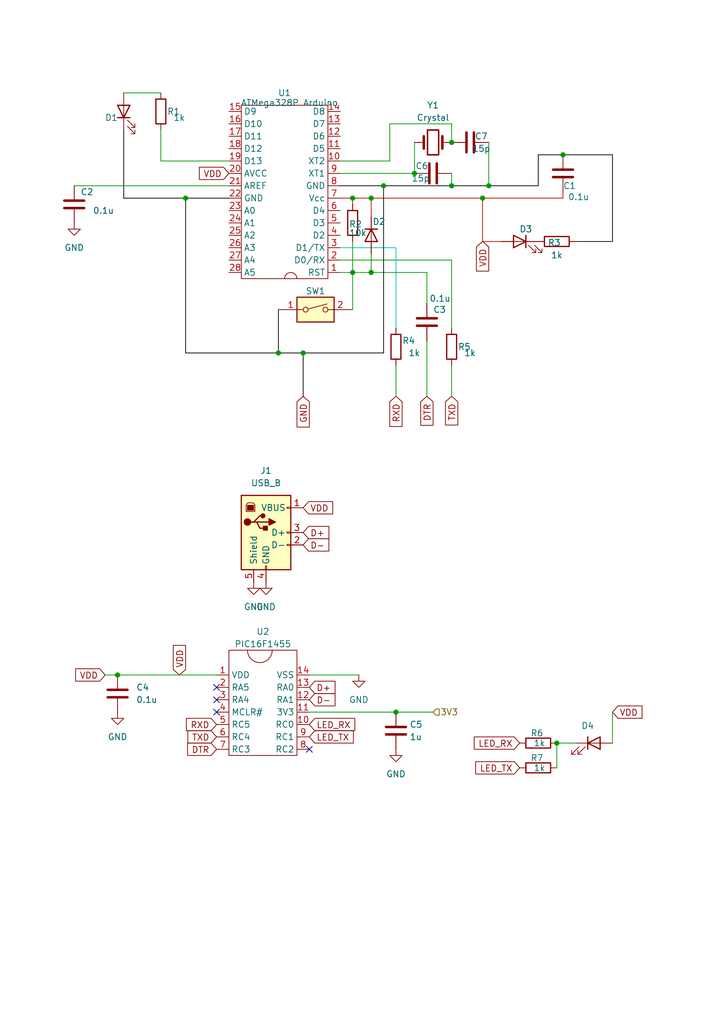
<source format=kicad_sch>
(kicad_sch (version 20231120) (generator "eeschema") (generator_version "8.0")
  (paper "A5" portrait)
  (lib_symbols
    (symbol "0Ore:PIC16F1455"
      (property "Reference" "U" (at 0 0 0))
      (symbol "PIC16F1455_0_1"
        (rectangle (start -7.62 22.86) (end 6.35 1.27))
        (arc (start -3.81 22.86) (mid -3.0661 21.0639) (end -1.27 20.32))
        (arc (start -1.27 20.32) (mid 0.5261 21.0639) (end 1.27 22.86))
      )
      (symbol "PIC16F1455_1_1"
        (pin output line (at -10.16 17.78 0) (length 2.54) (name "VDD") (number "1"))
        (pin bidirectional line (at 8.89 7.62 180) (length 2.54) (name "RC0") (number "10"))
        (pin output line (at 8.89 10.16 180) (length 2.54) (name "3V3") (number "11"))
        (pin bidirectional line (at 8.89 12.7 180) (length 2.54) (name "RA1") (number "12"))
        (pin bidirectional line (at 8.89 15.24 180) (length 2.54) (name "RA0") (number "13"))
        (pin output line (at 8.89 17.78 180) (length 2.54) (name "VSS") (number "14"))
        (pin bidirectional line (at -10.16 15.24 0) (length 2.54) (name "RA5") (number "2"))
        (pin bidirectional line (at -10.16 12.7 0) (length 2.54) (name "RA4") (number "3"))
        (pin input line (at -10.16 10.16 0) (length 2.54) (name "MCLR#") (number "4"))
        (pin bidirectional line (at -10.16 7.62 0) (length 2.54) (name "RC5") (number "5"))
        (pin bidirectional line (at -10.16 5.08 0) (length 2.54) (name "RC4") (number "6"))
        (pin bidirectional line (at -10.16 2.54 0) (length 2.54) (name "RC3") (number "7"))
        (pin bidirectional line (at 8.89 2.54 180) (length 2.54) (name "RC2") (number "8"))
        (pin bidirectional line (at 8.89 5.08 180) (length 2.54) (name "RC1") (number "9"))
      )
    )
    (symbol "Connector:USB_B" (pin_names (offset 1.016))
      (property "Reference" "J" (at -5.08 11.43 0))
      (property "Value" "USB_B" (at -5.08 8.89 0))
      (symbol "USB_B_0_1"
        (rectangle (start -5.08 -7.62) (end 5.08 7.62) (stroke (width 0.254)) (fill (type background)))
        (circle (center -3.81 2.159) (radius 0.635) (stroke (width 0.254)) (fill (type outline)))
        (rectangle (start -3.81 5.588) (end -2.54 4.572) (fill (type outline)))
        (circle (center -0.635 3.429) (radius 0.381) (stroke (width 0.254)) (fill (type outline)))
        (rectangle (start -0.127 -7.62) (end 0.127 -6.858))
        (polyline (pts (xy -1.905 2.159) (xy 0.635 2.159)) (stroke (width 0.254)))
        (polyline (pts (xy -3.175 2.159) (xy -2.54 2.159) (xy -1.27 3.429) (xy -0.635 3.429)) (stroke (width 0.254)))
        (polyline (pts (xy -2.54 2.159) (xy -1.905 2.159) (xy -1.27 0.889) (xy 0 0.889)) (stroke (width 0.254)))
        (polyline (pts (xy 0.635 2.794) (xy 0.635 1.524) (xy 1.905 2.159) (xy 0.635 2.794)) (stroke (width 0.254)) (fill (type outline)))
        (polyline (pts (xy -4.064 4.318) (xy -2.286 4.318) (xy -2.286 5.715) (xy -2.667 6.096) (xy -3.683 6.096) (xy -4.064 5.715) (xy -4.064 4.318)))
        (rectangle (start 0.254 1.27) (end -0.508 0.508) (stroke (width 0.254)) (fill (type outline)))
        (rectangle (start 5.08 -2.667) (end 4.318 -2.413))
        (rectangle (start 5.08 -0.127) (end 4.318 0.127))
        (rectangle (start 5.08 4.953) (end 4.318 5.207))
      )
      (symbol "USB_B_1_1"
        (pin power_out line (at 7.62 5.08 180) (length 2.54) (name "VBUS") (number "1"))
        (pin bidirectional line (at 7.62 -2.54 180) (length 2.54) (name "D-") (number "2"))
        (pin bidirectional line (at 7.62 0 180) (length 2.54) (name "D+") (number "3"))
        (pin power_out line (at 0 -10.16 90) (length 2.54) (name "GND") (number "4"))
        (pin passive line (at -2.54 -10.16 90) (length 2.54) (name "Shield") (number "5"))
      )
    )
    (symbol "Device:C" (pin_numbers hide) (pin_names (offset 0.254))
      (property "Reference" "C" (at 0.635 2.54 0))
      (property "Value" "C" (at 0.635 -2.54 0))
      (symbol "C_0_1"
        (polyline (pts (xy -2.032 -0.762) (xy 2.032 -0.762)) (stroke (width 0.508)))
        (polyline (pts (xy -2.032 0.762) (xy 2.032 0.762)) (stroke (width 0.508)))
      )
      (symbol "C_1_1"
        (pin passive line (at 0 3.81 270) (length 2.794) (name "~") (number "1"))
        (pin passive line (at 0 -3.81 90) (length 2.794) (name "~") (number "2"))
      )
    )
    (symbol "Device:Crystal" (pin_numbers hide) (pin_names (offset 1.016) hide)
      (property "Reference" "Y" (at 0 3.81 0))
      (property "Value" "Crystal" (at 0 -3.81 0))
      (symbol "Crystal_0_1"
        (rectangle (start -1.143 2.54) (end 1.143 -2.54) (stroke (width 0.3048)))
        (polyline (pts (xy -2.54 0) (xy -1.905 0)))
        (polyline (pts (xy -1.905 -1.27) (xy -1.905 1.27)) (stroke (width 0.508)))
        (polyline (pts (xy 1.905 -1.27) (xy 1.905 1.27)) (stroke (width 0.508)))
        (polyline (pts (xy 2.54 0) (xy 1.905 0)))
      )
      (symbol "Crystal_1_1"
        (pin passive line (at -3.81 0 0) (length 1.27) (name "1") (number "1"))
        (pin passive line (at 3.81 0 180) (length 1.27) (name "2") (number "2"))
      )
    )
    (symbol "Device:D" (pin_numbers hide) (pin_names (offset 1.016) hide)
      (property "Reference" "D" (at 0 2.54 0))
      (property "Value" "D" (at 0 -2.54 0))
      (symbol "D_0_1"
        (polyline (pts (xy -1.27 1.27) (xy -1.27 -1.27)) (stroke (width 0.254)))
        (polyline (pts (xy 1.27 0) (xy -1.27 0)))
        (polyline (pts (xy 1.27 1.27) (xy 1.27 -1.27) (xy -1.27 0) (xy 1.27 1.27)) (stroke (width 0.254)))
      )
      (symbol "D_1_1"
        (pin passive line (at -3.81 0 0) (length 2.54) (name "K") (number "1"))
        (pin passive line (at 3.81 0 180) (length 2.54) (name "A") (number "2"))
      )
    )
    (symbol "Device:LED" (pin_numbers hide) (pin_names (offset 1.016) hide)
      (property "Reference" "D" (at 0 2.54 0))
      (property "Value" "LED" (at 0 -2.54 0))
      (symbol "LED_0_1"
        (polyline (pts (xy -1.27 -1.27) (xy -1.27 1.27)) (stroke (width 0.254)))
        (polyline (pts (xy -1.27 0) (xy 1.27 0)))
        (polyline (pts (xy 1.27 -1.27) (xy 1.27 1.27) (xy -1.27 0) (xy 1.27 -1.27)) (stroke (width 0.254)))
        (polyline (pts (xy -3.048 -0.762) (xy -4.572 -2.286) (xy -3.81 -2.286) (xy -4.572 -2.286) (xy -4.572 -1.524)))
        (polyline (pts (xy -1.778 -0.762) (xy -3.302 -2.286) (xy -2.54 -2.286) (xy -3.302 -2.286) (xy -3.302 -1.524)))
      )
      (symbol "LED_1_1"
        (pin passive line (at -3.81 0 0) (length 2.54) (name "K") (number "1"))
        (pin passive line (at 3.81 0 180) (length 2.54) (name "A") (number "2"))
      )
    )
    (symbol "Device:R" (pin_numbers hide) (pin_names (offset 0))
      (property "Reference" "R" (at 2.032 0 90))
      (property "Value" "R" (at 0 0 90))
      (symbol "R_0_1"
        (rectangle (start -1.016 -2.54) (end 1.016 2.54) (stroke (width 0.254)))
      )
      (symbol "R_1_1"
        (pin passive line (at 0 3.81 270) (length 1.27) (name "~") (number "1"))
        (pin passive line (at 0 -3.81 90) (length 1.27) (name "~") (number "2"))
      )
    )
    (symbol "Ore:ATmega328U_Duino"
      (property "Reference" "ATmega328P_arduino" (at 0 0 0))
      (symbol "ATmega328U_Duino_0_1"
        (arc (start -17.7799 11.4299) (mid -16.8819 11.8019) (end -16.5099 12.6999))
        (rectangle (start -17.78 22.86) (end 17.78 5.08))
        (arc (start -16.5099 12.7001) (mid -16.8819 13.5981) (end -17.7799 13.9701))
      )
      (symbol "ATmega328U_Duino_1_1"
        (pin input line (at -16.51 2.54 90) (length 2.54) (name "RST") (number "1"))
        (pin input line (at 6.35 2.54 90) (length 2.54) (name "XT2") (number "10"))
        (pin output line (at 8.89 2.54 90) (length 2.54) (name "D5") (number "11"))
        (pin output line (at 11.43 2.54 90) (length 2.54) (name "D6") (number "12"))
        (pin output line (at 13.97 2.54 90) (length 2.54) (name "D7") (number "13"))
        (pin output line (at 16.51 2.54 90) (length 2.54) (name "D8") (number "14"))
        (pin output line (at 16.51 25.4 270) (length 2.54) (name "D9") (number "15"))
        (pin output line (at 13.97 25.4 270) (length 2.54) (name "D10") (number "16"))
        (pin unspecified line (at 11.43 25.4 270) (length 2.54) (name "D11") (number "17"))
        (pin unspecified line (at 8.89 25.4 270) (length 2.54) (name "D12") (number "18"))
        (pin unspecified line (at 6.35 25.4 270) (length 2.54) (name "D13") (number "19"))
        (pin output line (at -13.97 2.54 90) (length 2.54) (name "D0/RX") (number "2"))
        (pin unspecified line (at 3.81 25.4 270) (length 2.54) (name "AVCC") (number "20"))
        (pin unspecified line (at 1.27 25.4 270) (length 2.54) (name "AREF") (number "21"))
        (pin unspecified line (at -1.27 25.4 270) (length 2.54) (name "GND") (number "22"))
        (pin unspecified line (at -3.81 25.4 270) (length 2.54) (name "A0") (number "23"))
        (pin unspecified line (at -6.35 25.4 270) (length 2.54) (name "A1") (number "24"))
        (pin unspecified line (at -8.89 25.4 270) (length 2.54) (name "A2") (number "25"))
        (pin unspecified line (at -11.43 25.4 270) (length 2.54) (name "A3") (number "26"))
        (pin unspecified line (at -13.97 25.4 270) (length 2.54) (name "A4") (number "27"))
        (pin unspecified line (at -16.51 25.4 270) (length 2.54) (name "A5") (number "28"))
        (pin output line (at -11.43 2.54 90) (length 2.54) (name "D1/TX") (number "3"))
        (pin output line (at -8.89 2.54 90) (length 2.54) (name "D2") (number "4"))
        (pin output line (at -6.35 2.54 90) (length 2.54) (name "D3") (number "5"))
        (pin output line (at -3.81 2.54 90) (length 2.54) (name "D4") (number "6"))
        (pin power_in line (at -1.27 2.54 90) (length 2.54) (name "Vcc") (number "7"))
        (pin power_out line (at 1.27 2.54 90) (length 2.54) (name "GND") (number "8"))
        (pin input line (at 3.81 2.54 90) (length 2.54) (name "XT1") (number "9"))
      )
    )
    (symbol "Switch:SW_DIP_x01" (pin_names (offset 0) hide)
      (property "Reference" "SW" (at 0 3.81 0))
      (property "Value" "SW_DIP_x01" (at 0 -3.81 0))
      (symbol "SW_DIP_x01_0_0"
        (circle (center -2.032 0) (radius 0.508))
        (polyline (pts (xy -1.524 0.127) (xy 2.3622 1.1684)))
        (circle (center 2.032 0) (radius 0.508))
      )
      (symbol "SW_DIP_x01_0_1"
        (rectangle (start -3.81 2.54) (end 3.81 -2.54) (stroke (width 0.254)) (fill (type background)))
      )
      (symbol "SW_DIP_x01_1_1"
        (pin passive line (at -7.62 0 0) (length 5.08) (name "~") (number "1"))
        (pin passive line (at 7.62 0 180) (length 5.08) (name "~") (number "2"))
      )
    )
    (symbol "power:GND" (power) (pin_numbers hide) (pin_names (offset 0) hide)
      (property "Value" "GND" (at 0 -3.81 0))
      (symbol "GND_0_1"
        (polyline (pts (xy 0 0) (xy 0 -1.27) (xy 1.27 -1.27) (xy 0 -2.54) (xy -1.27 -1.27) (xy 0 -1.27)))
      )
      (symbol "GND_1_1"
        (pin power_in line (at 0 0 270) (length 0) (name "~") (number "1"))
      )
    )
  )
  (junction (at 24.13 138.43))
  (junction (at 114.3 152.4))
  (junction (at 38.1 40.64))
  (junction (at 72.39 40.64))
  (junction (at 76.2 40.64))
  (junction (at 99.06 40.64))
  (junction (at 72.39 55.88))
  (junction (at 100.33 38.1))
  (junction (at 81.28 146.05))
  (junction (at 76.2 55.88))
  (junction (at 92.71 38.1))
  (junction (at 85.09 35.56))
  (junction (at 78.74 38.1))
  (junction (at 92.71 29.21))
  (junction (at 62.23 72.39))
  (junction (at 57.15 72.39))
  (junction (at 115.57 31.75))
  (no_connect (at 63.5 153.67))
  (no_connect (at 44.45 146.05))
  (no_connect (at 44.45 143.51))
  (no_connect (at 44.45 140.97))
  (wire (pts (xy 25.4 26.67) (xy 25.4 40.64)) (stroke (width 0) (color 0 0 0 1)))
  (wire (pts (xy 87.63 55.88) (xy 87.63 62.23)))
  (wire (pts (xy 114.3 152.4) (xy 114.3 157.48)))
  (wire (pts (xy 80.01 33.02) (xy 80.01 25.4)))
  (wire (pts (xy 21.59 138.43) (xy 24.13 138.43)))
  (wire (pts (xy 57.15 63.5) (xy 57.15 72.39)) (stroke (width 0) (color 0 0 0 1)))
  (wire (pts (xy 69.85 35.56) (xy 85.09 35.56)))
  (wire (pts (xy 69.85 50.8) (xy 81.28 50.8)) (stroke (width 0) (color 0 194 194 1)))
  (wire (pts (xy 81.28 67.31) (xy 81.28 50.8)) (stroke (width 0) (color 0 194 194 1)))
  (wire (pts (xy 110.49 31.75) (xy 115.57 31.75)) (stroke (width 0) (color 0 0 0 1)))
  (wire (pts (xy 25.4 19.05) (xy 33.02 19.05)))
  (wire (pts (xy 69.85 55.88) (xy 72.39 55.88)))
  (wire (pts (xy 92.71 35.56) (xy 92.71 38.1)))
  (wire (pts (xy 69.85 33.02) (xy 80.01 33.02)))
  (wire (pts (xy 115.57 39.37) (xy 115.57 40.64)) (stroke (width 0) (color 194 0 0 1)))
  (wire (pts (xy 110.49 38.1) (xy 110.49 31.75)) (stroke (width 0) (color 0 0 0 1)))
  (wire (pts (xy 76.2 52.07) (xy 76.2 55.88)))
  (wire (pts (xy 25.4 40.64) (xy 38.1 40.64)) (stroke (width 0) (color 0 0 0 1)))
  (wire (pts (xy 57.15 72.39) (xy 62.23 72.39)) (stroke (width 0) (color 0 0 0 1)))
  (wire (pts (xy 33.02 33.02) (xy 33.02 26.67)))
  (wire (pts (xy 99.06 49.53) (xy 102.87 49.53)) (stroke (width 0) (color 194 0 0 1)))
  (wire (pts (xy 87.63 69.85) (xy 87.63 81.28)))
  (wire (pts (xy 63.5 146.05) (xy 81.28 146.05)))
  (wire (pts (xy 69.85 53.34) (xy 92.71 53.34)))
  (wire (pts (xy 15.24 38.1) (xy 46.99 38.1)))
  (wire (pts (xy 125.73 31.75) (xy 115.57 31.75)) (stroke (width 0) (color 0 0 0 1)))
  (wire (pts (xy 76.2 40.64) (xy 76.2 44.45)) (stroke (width 0) (color 194 0 0 1)))
  (wire (pts (xy 92.71 25.4) (xy 92.71 29.21)))
  (wire (pts (xy 63.5 138.43) (xy 73.66 138.43)))
  (wire (pts (xy 69.85 40.64) (xy 72.39 40.64)) (stroke (width 0) (color 194 0 0 1)))
  (wire (pts (xy 85.09 29.21) (xy 85.09 35.56)))
  (wire (pts (xy 81.28 81.28) (xy 81.28 74.93)))
  (wire (pts (xy 80.01 25.4) (xy 92.71 25.4)))
  (wire (pts (xy 100.33 38.1) (xy 110.49 38.1)) (stroke (width 0) (color 0 0 0 1)))
  (wire (pts (xy 24.13 138.43) (xy 44.45 138.43)))
  (wire (pts (xy 38.1 40.64) (xy 38.1 72.39)) (stroke (width 0) (color 0 0 0 1)))
  (wire (pts (xy 125.73 49.53) (xy 125.73 31.75)) (stroke (width 0) (color 0 0 0 1)))
  (wire (pts (xy 69.85 38.1) (xy 78.74 38.1)) (stroke (width 0) (color 0 0 0 1)))
  (wire (pts (xy 46.99 40.64) (xy 38.1 40.64)) (stroke (width 0) (color 0 0 0 1)))
  (wire (pts (xy 76.2 55.88) (xy 87.63 55.88)))
  (wire (pts (xy 72.39 55.88) (xy 76.2 55.88)))
  (wire (pts (xy 72.39 49.53) (xy 72.39 55.88)))
  (wire (pts (xy 92.71 38.1) (xy 100.33 38.1)) (stroke (width 0) (color 0 0 0 1)))
  (wire (pts (xy 62.23 72.39) (xy 62.23 81.28)) (stroke (width 0) (color 0 0 0 1)))
  (wire (pts (xy 78.74 72.39) (xy 78.74 38.1)) (stroke (width 0) (color 0 0 0 1)))
  (wire (pts (xy 62.23 72.39) (xy 78.74 72.39)) (stroke (width 0) (color 0 0 0 1)))
  (wire (pts (xy 72.39 40.64) (xy 76.2 40.64)) (stroke (width 0) (color 194 0 0 1)))
  (wire (pts (xy 99.06 40.64) (xy 99.06 49.53)) (stroke (width 0) (color 194 0 0 1)))
  (wire (pts (xy 46.99 33.02) (xy 33.02 33.02)))
  (wire (pts (xy 76.2 40.64) (xy 99.06 40.64)) (stroke (width 0) (color 194 0 0 1)))
  (wire (pts (xy 72.39 55.88) (xy 72.39 63.5)))
  (wire (pts (xy 92.71 67.31) (xy 92.71 53.34)))
  (wire (pts (xy 118.11 49.53) (xy 125.73 49.53)) (stroke (width 0) (color 0 0 0 1)))
  (wire (pts (xy 38.1 72.39) (xy 57.15 72.39)) (stroke (width 0) (color 0 0 0 1)))
  (wire (pts (xy 114.3 152.4) (xy 118.11 152.4)))
  (wire (pts (xy 72.39 40.64) (xy 72.39 41.91)) (stroke (width 0) (color 194 0 0 1)))
  (wire (pts (xy 92.71 81.28) (xy 92.71 74.93)))
  (wire (pts (xy 115.57 40.64) (xy 99.06 40.64)) (stroke (width 0) (color 194 0 0 1)))
  (wire (pts (xy 100.33 29.21) (xy 100.33 38.1)))
  (wire (pts (xy 88.9 146.05) (xy 81.28 146.05)))
  (wire (pts (xy 125.73 146.05) (xy 125.73 152.4)))
  (wire (pts (xy 78.74 38.1) (xy 92.71 38.1)) (stroke (width 0) (color 0 0 0 1)))
  (global_label "RXD" (shape input) (at 44.45 148.59 180) (property "Intersheetrefs" "${INTERSHEET_REFS}" (effects (hide yes))))
  (global_label "D-" (shape input) (at 62.23 111.76 0) (property "Intersheetrefs" "${INTERSHEET_REFS}" (effects (hide yes))))
  (global_label "DTR" (shape input) (at 44.45 153.67 180) (property "Intersheetrefs" "${INTERSHEET_REFS}" (effects (hide yes))))
  (global_label "VDD" (shape input) (at 36.83 138.43 90) (property "Intersheetrefs" "${INTERSHEET_REFS}" (effects (hide yes))))
  (global_label "VDD" (shape input) (at 21.59 138.43 180) (property "Intersheetrefs" "${INTERSHEET_REFS}" (effects (hide yes))))
  (global_label "TXD" (shape input) (at 92.71 81.28 270) (property "Intersheetrefs" "${INTERSHEET_REFS}" (effects (hide yes))))
  (global_label "DTR" (shape input) (at 87.63 81.28 270) (property "Intersheetrefs" "${INTERSHEET_REFS}" (effects (hide yes))))
  (global_label "LED_TX" (shape input) (at 63.5 151.13 0) (property "Intersheetrefs" "${INTERSHEET_REFS}" (effects (hide yes))))
  (global_label "VDD" (shape input) (at 62.23 104.14 0) (property "Intersheetrefs" "${INTERSHEET_REFS}" (effects (hide yes))))
  (global_label "TXD" (shape input) (at 44.45 151.13 180) (property "Intersheetrefs" "${INTERSHEET_REFS}" (effects (hide yes))))
  (global_label "GND" (shape input) (at 62.23 81.28 270) (property "Intersheetrefs" "${INTERSHEET_REFS}" (effects (hide yes))))
  (global_label "LED_RX" (shape input) (at 63.5 148.59 0) (property "Intersheetrefs" "${INTERSHEET_REFS}" (effects (hide yes))))
  (global_label "VDD" (shape input) (at 46.99 35.56 180) (property "Intersheetrefs" "${INTERSHEET_REFS}" (effects (hide yes))))
  (global_label "D-" (shape input) (at 63.5 143.51 0) (property "Intersheetrefs" "${INTERSHEET_REFS}" (effects (hide yes))))
  (global_label "VDD" (shape input) (at 99.06 49.53 270) (property "Intersheetrefs" "${INTERSHEET_REFS}" (effects (hide yes))))
  (global_label "D+" (shape input) (at 62.23 109.22 0) (property "Intersheetrefs" "${INTERSHEET_REFS}" (effects (hide yes))))
  (global_label "LED_RX" (shape input) (at 106.68 152.4 180) (property "Intersheetrefs" "${INTERSHEET_REFS}" (effects (hide yes))))
  (global_label "LED_TX" (shape input) (at 106.68 157.48 180) (property "Intersheetrefs" "${INTERSHEET_REFS}" (effects (hide yes))))
  (global_label "VDD" (shape input) (at 125.73 146.05 0) (property "Intersheetrefs" "${INTERSHEET_REFS}" (effects (hide yes))))
  (global_label "D+" (shape input) (at 63.5 140.97 0) (property "Intersheetrefs" "${INTERSHEET_REFS}" (effects (hide yes))))
  (global_label "RXD" (shape input) (at 81.28 81.28 270) (property "Intersheetrefs" "${INTERSHEET_REFS}" (effects (hide yes))))
  (hierarchical_label "3V3" (shape input) (at 88.9 146.05 0))
  (symbol (lib_id "power:GND") (at 54.61 119.38 0) (unit 1)
    (property "Reference" "#PWR03" (effects (hide yes)))
    (property "Value" "GND" (at 54.61 124.46 0))
    (property "Description" "Power symbol creates a global label with name \"GND\" , ground" (effects (hide yes)))
  )
  (symbol (lib_id "power:GND") (at 81.28 153.67 0) (unit 1)
    (property "Reference" "#PWR06" (effects (hide yes)))
    (property "Value" "GND" (at 81.28 158.75 0))
    (property "Description" "Power symbol creates a global label with name \"GND\" , ground" (effects (hide yes)))
  )
  (symbol (lib_id "Device:C") (at 88.9 35.56 90) (unit 1)
    (property "Reference" "C6" (at 86.614 34.036 90))
    (property "Value" "15p" (at 86.36 36.576 90))
    (property "Description" "Unpolarized capacitor" (effects (hide yes)))
  )
  (symbol (lib_id "Device:Crystal") (at 88.9 29.21 0) (unit 1)
    (property "Reference" "Y1" (at 88.9 21.59 0))
    (property "Value" "Crystal" (at 88.9 24.13 0))
    (property "Description" "Two pin crystal" (effects (hide yes)))
  )
  (symbol (lib_id "Device:C") (at 115.57 35.56 0) (unit 1)
    (property "Reference" "C1" (at 115.57 38.1 0) (effects (justify left)))
    (property "Value" "0.1u" (at 116.586 40.386 0) (effects (justify left)))
  )
  (symbol (lib_id "Device:R") (at 92.71 71.12 0) (unit 1)
    (property "Reference" "R5" (at 93.98 71.12 0) (effects (justify left)))
    (property "Value" "1k" (at 95.25 72.39 0) (effects (justify left)))
  )
  (symbol (lib_id "Device:R") (at 110.49 157.48 90) (unit 1)
    (property "Reference" "R7" (at 110.236 155.448 90))
    (property "Value" "1k" (at 110.744 157.48 90))
    (property "Description" "Resistor" (effects (hide yes)))
  )
  (symbol (lib_id "Device:R") (at 72.39 45.72 0) (unit 1)
    (property "Reference" "R2" (at 71.628 45.974 0) (effects (justify left)))
    (property "Value" "10k" (at 71.628 47.752 0) (effects (justify left)))
  )
  (symbol (lib_id "Connector:USB_B") (at 54.61 109.22 0) (unit 1)
    (property "Reference" "J1" (at 54.61 96.52 0))
    (property "Value" "USB_B" (at 54.61 99.06 0))
    (property "Description" "USB Type B connector" (effects (hide yes)))
  )
  (symbol (lib_id "Device:R") (at 110.49 152.4 90) (unit 1)
    (property "Reference" "R6" (at 110.236 150.368 90))
    (property "Value" "1k" (at 110.744 152.4 90))
    (property "Description" "Resistor" (effects (hide yes)))
  )
  (symbol (lib_id "Device:R") (at 114.3 49.53 270) (unit 1)
    (property "Reference" "R3" (at 113.792 49.784 90))
    (property "Value" "1k" (at 114.3 52.324 90))
    (property "Description" "Resistor" (effects (hide yes)))
  )
  (symbol (lib_id "Device:D") (at 76.2 48.26 270) (unit 1)
    (property "Reference" "D2" (at 76.454 45.466 90) (effects (justify left)))
    (property "Value" "Diode" (effects (hide yes)))
    (property "Description" "Diode" (effects (hide yes)))
    (property "Sim.Device" "D" (effects (hide yes)))
    (property "Sim.Pins" "1=K 2=A" (effects (hide yes)))
  )
  (symbol (lib_id "power:GND") (at 73.66 138.43 0) (unit 1)
    (property "Reference" "#PWR04" (effects (hide yes)))
    (property "Value" "GND" (at 73.66 143.51 0))
    (property "Description" "Power symbol creates a global label with name \"GND\" , ground" (effects (hide yes)))
  )
  (symbol (lib_id "Device:C") (at 87.63 66.04 0) (unit 1)
    (property "Reference" "C3" (at 88.9 63.5 0) (effects (justify left)))
    (property "Value" "0.1u" (at 88.138 61.214 0) (effects (justify left)))
  )
  (symbol (lib_id "Device:R") (at 81.28 71.12 0) (unit 1)
    (property "Reference" "R4" (at 82.55 69.85 0) (effects (justify left)))
    (property "Value" "1k" (at 83.82 72.39 0) (effects (justify left)))
  )
  (symbol (lib_id "power:GND") (at 24.13 146.05 0) (unit 1)
    (property "Reference" "#PWR05" (effects (hide yes)))
    (property "Value" "GND" (at 24.13 151.13 0))
    (property "Description" "Power symbol creates a global label with name \"GND\" , ground" (effects (hide yes)))
  )
  (symbol (lib_id "Device:C") (at 96.52 29.21 90) (unit 1)
    (property "Reference" "C7" (at 98.806 27.94 90))
    (property "Value" "15p" (at 98.806 30.48 90))
    (property "Description" "Unpolarized capacitor" (effects (hide yes)))
  )
  (symbol (lib_id "Device:LED") (at 121.92 152.4 0) (unit 1)
    (property "Reference" "D4" (at 120.65 148.844 0))
    (property "Value" "LED" (effects (hide yes)))
    (property "Description" "Light emitting diode" (effects (hide yes)))
  )
  (symbol (lib_id "Device:C") (at 15.24 41.91 0) (unit 1)
    (property "Reference" "C2" (at 16.51 39.37 0) (effects (justify left)))
    (property "Value" "0.1u" (at 19.05 43.18 0) (effects (justify left)))
  )
  (symbol (lib_id "power:GND") (at 15.24 45.72 0) (unit 1)
    (property "Reference" "#PWR01" (effects (hide yes)))
    (property "Value" "GND" (at 15.24 50.8 0))
    (property "Description" "Power symbol creates a global label with name \"GND\" , ground" (effects (hide yes)))
  )
  (symbol (lib_id "Device:R") (at 33.02 22.86 0) (unit 1)
    (property "Reference" "R1" (at 34.29 22.86 0) (effects (justify left)))
    (property "Value" "1k" (at 35.56 24.13 0) (effects (justify left)))
  )
  (symbol (lib_id "Device:LED") (at 25.4 22.86 90) (unit 1)
    (property "Reference" "D1" (at 22.86 24.13 90))
    (property "Value" "LED IF25mA, VF3.8V" (effects (hide yes)))
  )
  (symbol (lib_id "Device:C") (at 81.28 149.86 0) (unit 1)
    (property "Reference" "C5" (at 84.074 148.59 0) (effects (justify left)))
    (property "Value" "1u" (at 84.074 151.13 0) (effects (justify left)))
    (property "Description" "Unpolarized capacitor" (effects (hide yes)))
  )
  (symbol (lib_id "0Ore:PIC16F1455") (at 54.61 156.21 0) (unit 1)
    (property "Reference" "U2" (at 53.975 129.54 0))
    (property "Value" "PIC16F1455" (at 53.975 132.08 0))
  )
  (symbol (lib_id "Ore:ATmega328U_Duino") (at 72.39 39.37 90) (unit 1)
    (property "Reference" "U1" (at 58.42 19.05 90))
    (property "Value" "ATMega328P Arduino" (at 59.436 21.082 90))
  )
  (symbol (lib_id "Device:LED") (at 106.68 49.53 0) (mirror y) (unit 1)
    (property "Reference" "D3" (at 107.95 46.99 0))
    (property "Value" "LED IF25mA, VF3.8V" (effects (hide yes)))
  )
  (symbol (lib_id "Device:C") (at 24.13 142.24 0) (unit 1)
    (property "Reference" "C4" (at 27.94 140.9699 0) (effects (justify left)))
    (property "Value" "0.1u" (at 27.94 143.5099 0) (effects (justify left)))
    (property "Description" "Unpolarized capacitor" (effects (hide yes)))
  )
  (symbol (lib_id "Switch:SW_DIP_x01") (at 64.77 63.5 0) (unit 1)
    (property "Reference" "SW1" (at 64.77 59.69 0))
    (property "Value" "SW_DIP_x01" (effects (hide yes)))
  )
  (symbol (lib_id "power:GND") (at 52.07 119.38 0) (unit 1)
    (property "Reference" "#PWR02" (effects (hide yes)))
    (property "Value" "GND" (at 52.07 124.46 0))
    (property "Description" "Power symbol creates a global label with name \"GND\" , ground" (effects (hide yes)))
  )
)
</source>
